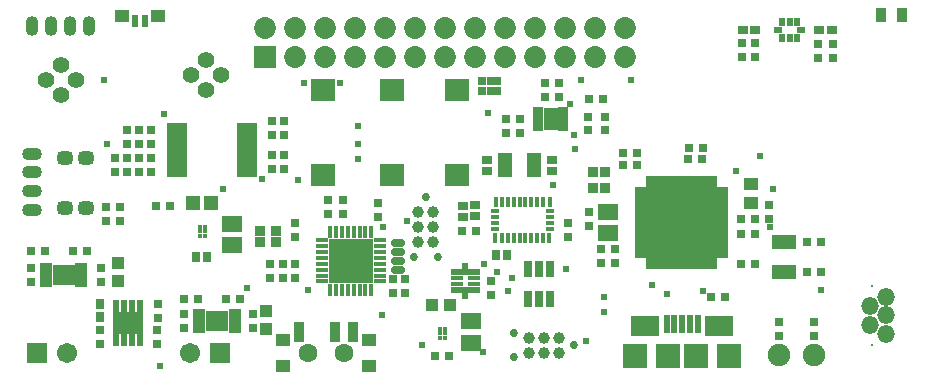
<source format=gts>
%FSTAX23Y23*%
%MOIN*%
%SFA1B1*%

%IPPOS*%
%AMD127*
4,1,8,-0.012800,-0.021700,0.012800,-0.021700,0.025700,-0.008900,0.025700,0.008900,0.012800,0.021700,-0.012800,0.021700,-0.025700,0.008900,-0.025700,-0.008900,-0.012800,-0.021700,0.0*
1,1,0.025717,-0.012800,-0.008900*
1,1,0.025717,0.012800,-0.008900*
1,1,0.025717,0.012800,0.008900*
1,1,0.025717,-0.012800,0.008900*
%
%ADD69R,0.078866X0.076897*%
%ADD70R,0.078866X0.076897*%
%ADD71R,0.066071X0.025716*%
%ADD72R,0.029653X0.029653*%
%ADD73R,0.023748X0.031622*%
%ADD74R,0.031622X0.023748*%
%ADD75R,0.037527X0.031622*%
%ADD76R,0.037527X0.045401*%
%ADD77R,0.025716X0.025716*%
%ADD78R,0.023748X0.025716*%
%ADD79C,0.023748*%
%ADD80O,0.047370X0.027685*%
%ADD81R,0.023748X0.061149*%
%ADD82R,0.094614X0.070992*%
%ADD83R,0.078866X0.082803*%
%ADD84R,0.082803X0.082803*%
%ADD85R,0.029653X0.029653*%
%ADD86C,0.074929*%
%ADD87R,0.078866X0.047370*%
%ADD88R,0.047370X0.043433*%
%ADD89R,0.232409X0.232409*%
%ADD90R,0.019811X0.041464*%
%ADD91R,0.041464X0.019811*%
%ADD92R,0.035559X0.019811*%
%ADD93R,0.047370X0.074929*%
%ADD94R,0.032409X0.031622*%
%ADD95R,0.047370X0.078866*%
%ADD96R,0.017842X0.034575*%
%ADD97R,0.030638X0.017842*%
%ADD98R,0.035559X0.037527*%
%ADD99R,0.065086X0.053275*%
%ADD100R,0.031622X0.055244*%
%ADD101C,0.038984*%
%ADD102R,0.039496X0.019811*%
%ADD103R,0.039496X0.017842*%
%ADD104R,0.021779X0.041464*%
%ADD105R,0.041464X0.041464*%
%ADD106C,0.016189*%
%ADD107R,0.041464X0.017842*%
%ADD108R,0.017842X0.041464*%
%ADD109R,0.149732X0.149732*%
%ADD110R,0.037527X0.035559*%
%ADD111R,0.031622X0.032409*%
%ADD112R,0.047370X0.039496*%
%ADD113R,0.035559X0.067055*%
%ADD114R,0.039496X0.039496*%
%ADD115R,0.076897X0.069023*%
%ADD116R,0.104456X0.074929*%
%ADD117R,0.031622X0.037527*%
%ADD118R,0.049338X0.047370*%
%ADD119R,0.023748X0.039496*%
%ADD120C,0.055244*%
%ADD121O,0.059181X0.059181*%
%ADD122C,0.008000*%
%ADD123C,0.027488*%
%ADD124C,0.063118*%
%ADD125R,0.067055X0.067055*%
%ADD126C,0.067055*%
G04~CAMADD=127~8~0.0~0.0~513.1~434.3~128.6~0.0~15~0.0~0.0~0.0~0.0~0~0.0~0.0~0.0~0.0~0~0.0~0.0~0.0~180.0~514.0~435.0*
%ADD127D127*%
%ADD128R,0.072960X0.072960*%
%ADD129C,0.072960*%
%ADD130O,0.043307X0.066929*%
%ADD131O,0.066929X0.043307*%
%ADD132C,0.031622*%
%LNdev_board_layout-1*%
%LPD*%
G54D69*
X01465Y00659D03*
Y0094D03*
G54D70*
X0102Y0094D03*
Y00659D03*
X0125D03*
Y0094D03*
G54D71*
X00534Y00818D03*
Y00792D03*
Y00767D03*
Y00741D03*
Y00716D03*
Y0069D03*
Y00665D03*
X00765D03*
Y0069D03*
Y00716D03*
Y00741D03*
Y00767D03*
Y00792D03*
Y00818D03*
G54D72*
X0246Y01098D03*
Y01052D03*
X02415D03*
Y01098D03*
X0267Y01093D03*
Y01047D03*
X0272Y01093D03*
Y01047D03*
X0254Y00121D03*
Y00167D03*
X02655Y00122D03*
Y00168D03*
X02505Y00512D03*
Y00558D03*
X01959Y00806D03*
Y00852D03*
X01904D03*
Y00806D03*
X01805Y00963D03*
Y00917D03*
X0176D03*
Y00963D03*
X01675Y00797D03*
Y00843D03*
X0163D03*
Y00797D03*
X01905Y00487D03*
Y00533D03*
X01835Y00452D03*
Y00498D03*
X0158Y00257D03*
Y00303D03*
X01294Y00311D03*
Y00265D03*
X01254D03*
Y00311D03*
X01202Y00565D03*
Y00519D03*
X01086Y00575D03*
Y00529D03*
X01036D03*
Y00575D03*
X00925Y00452D03*
Y00498D03*
X00927Y0036D03*
Y00314D03*
X00887Y0036D03*
Y00314D03*
X00842D03*
Y0036D03*
X00785Y00193D03*
Y00147D03*
X00555Y00193D03*
Y00147D03*
X0047Y00228D03*
Y00182D03*
X00466Y0014D03*
Y00094D03*
X00276Y0014D03*
Y00094D03*
X0028Y00348D03*
Y00302D03*
X00045Y00348D03*
Y00302D03*
X00445Y00667D03*
Y00713D03*
X00405D03*
Y00667D03*
X00365D03*
Y00713D03*
X00325D03*
Y00667D03*
X00445Y00808D03*
Y00762D03*
X00405Y00808D03*
Y00762D03*
X00365D03*
Y00808D03*
X0089Y00723D03*
Y00677D03*
X0085Y00723D03*
Y00677D03*
X0089Y00838D03*
Y00792D03*
X0085D03*
Y00838D03*
G54D73*
X02549Y01166D03*
X02575D03*
X026D03*
X02549Y01113D03*
X02575D03*
X026D03*
G54D74*
X02614Y0114D03*
X02535D03*
G54D75*
X02673Y0114D03*
X02716D03*
X02418D03*
X02461D03*
G54D76*
X02881Y0119D03*
X02948D03*
G54D77*
X01548Y00938D03*
X01601D03*
Y00971D03*
X01548D03*
G54D78*
X01575Y00938D03*
Y00971D03*
G54D79*
X0029Y00975D03*
X00475Y0002D03*
X00815Y00645D03*
X0097Y00275D03*
X01135Y0082D03*
X01555Y0036D03*
X01075Y00965D03*
X0135Y0009D03*
X003Y0076D03*
X0049Y0086D03*
X0186Y00745D03*
X01785Y00625D03*
X00765Y0028D03*
X00685Y0061D03*
X01215Y0019D03*
X00935Y0064D03*
X01553Y00067D03*
X0122Y00485D03*
X013Y00505D03*
X01135Y0076D03*
Y0071D03*
X01844Y00893D03*
X0157Y00865D03*
X02395Y0067D03*
X01855Y0079D03*
X0188Y00975D03*
X01955Y0025D03*
Y002D03*
X02475Y0072D03*
X016Y00335D03*
X02045Y00975D03*
X00955Y00965D03*
X02115Y0029D03*
X02165Y0026D03*
X02285Y0027D03*
X0268Y00275D03*
X0251Y00485D03*
X0252Y0061D03*
X01897Y00105D03*
X0183Y00345D03*
X0165Y00315D03*
X01635Y0027D03*
G54D80*
X0127Y0043D03*
Y004D03*
Y0037D03*
Y0034D03*
G54D81*
X02166Y0016D03*
X02191D03*
X02217D03*
X02242D03*
X02268D03*
G54D82*
X02093Y00155D03*
X02341D03*
G54D83*
X02059Y00055D03*
X02374D03*
G54D84*
X0217Y00055D03*
X02264D03*
G54D85*
X02312Y0025D03*
X02358D03*
X02458Y0051D03*
X02412D03*
Y0046D03*
X02458D03*
Y0036D03*
X02412D03*
X02678Y00335D03*
X02632D03*
X02678Y00435D03*
X02632D03*
X02283Y0071D03*
X02237D03*
X02239Y00747D03*
X02285D03*
X02019Y0069D03*
X02065D03*
X02019Y0073D03*
X02065D03*
X01953Y0091D03*
X01907D03*
X01482Y0047D03*
X01528D03*
X01947Y0041D03*
X01993D03*
X01947Y00365D03*
X01993D03*
X01392Y00055D03*
X01438D03*
X00557Y00245D03*
X00603D03*
X00187Y00405D03*
X00233D03*
X00047D03*
X00093D03*
X00508Y00555D03*
X00462D03*
X00343Y00505D03*
X00297D03*
Y0055D03*
X00343D03*
X00697Y00245D03*
X00743D03*
G54D86*
X02655Y00059D03*
X0254D03*
G54D87*
X02555Y00434D03*
Y00335D03*
G54D88*
X02445Y00626D03*
Y00563D03*
X00469Y01187D03*
X0035D03*
G54D89*
X02214Y00499D03*
G54D90*
X02322Y00364D03*
X02302D03*
X02283D03*
X02263D03*
X02243D03*
X02224D03*
X02204D03*
X02184D03*
X02164D03*
X02145D03*
X02125D03*
X02105D03*
Y00635D03*
X02125D03*
X02145D03*
X02164D03*
X02184D03*
X02204D03*
X02224D03*
X02243D03*
X02263D03*
X02283D03*
X02302D03*
X02322D03*
G54D91*
X02078Y00391D03*
Y00411D03*
Y0043D03*
Y0045D03*
Y0047D03*
Y0049D03*
Y00509D03*
Y00529D03*
Y00549D03*
Y00568D03*
Y00588D03*
Y00608D03*
X0235D03*
Y00588D03*
Y00568D03*
Y00549D03*
Y00529D03*
Y00509D03*
Y0049D03*
Y0047D03*
Y0045D03*
Y0043D03*
Y00411D03*
Y00391D03*
G54D92*
X01737Y00875D03*
Y00855D03*
Y00835D03*
Y00815D03*
X0182D03*
Y00835D03*
Y00855D03*
Y00875D03*
G54D93*
X01778Y00845D03*
G54D94*
X01525Y00558D03*
Y00521D03*
X01485Y00553D03*
Y00516D03*
X01566Y00708D03*
Y00671D03*
X01783Y00708D03*
Y00671D03*
G54D95*
X01724Y0069D03*
X01625D03*
G54D96*
X01596Y00569D03*
X01593Y00446D03*
X01616D03*
X01635D03*
X01655D03*
X01675D03*
X01694D03*
X01714D03*
X01734D03*
X01753D03*
X01774D03*
X01776Y00569D03*
X01753D03*
X01734D03*
X01714D03*
X01694D03*
X01675D03*
X01655D03*
X01635D03*
X01616D03*
G54D97*
X01593Y00537D03*
Y00517D03*
Y00498D03*
Y00478D03*
X01776D03*
Y00498D03*
Y00517D03*
Y00537D03*
G54D98*
X0192Y00666D03*
Y00613D03*
X01959D03*
Y00666D03*
G54D99*
X0197Y00464D03*
Y00535D03*
X01514Y00099D03*
Y0017D03*
X00715Y00424D03*
Y00495D03*
G54D100*
X01777Y00245D03*
X0174D03*
X01702D03*
Y00344D03*
X0174D03*
X01777D03*
G54D101*
X01705Y00065D03*
Y00115D03*
X01755Y00065D03*
Y00115D03*
X01805Y00065D03*
Y00115D03*
X01387Y00435D03*
X01337D03*
X01387Y00485D03*
X01337D03*
X01387Y00535D03*
X01337D03*
G54D102*
X01465Y00334D03*
Y00275D03*
X01524D03*
Y00334D03*
X00606Y002D03*
Y0018D03*
Y0016D03*
Y0014D03*
X00725D03*
Y0016D03*
Y0018D03*
Y002D03*
X00095Y00354D03*
Y00334D03*
Y00315D03*
Y00295D03*
X00214D03*
Y00315D03*
Y00334D03*
Y00354D03*
G54D103*
X01465Y00314D03*
Y00295D03*
X01524D03*
Y00314D03*
G54D104*
X01494Y00265D03*
Y00344D03*
X00408Y00222D03*
X00382D03*
X00357D03*
X00331D03*
Y00107D03*
X00357D03*
X00382D03*
X00408D03*
G54D105*
X01383Y00225D03*
X01444D03*
G54D106*
X01425Y00114D03*
X01409D03*
X01425Y0013D03*
X01409D03*
X01425Y00145D03*
X01409D03*
X00625Y00454D03*
X0061D03*
X00625Y0047D03*
X0061D03*
X00625Y00485D03*
X0061D03*
G54D107*
X01016Y0044D03*
Y00421D03*
Y00401D03*
Y00381D03*
Y00362D03*
Y00342D03*
Y00322D03*
Y00303D03*
X01209D03*
Y00322D03*
Y00342D03*
Y00362D03*
Y00381D03*
Y00401D03*
Y00421D03*
Y0044D03*
G54D108*
X01043Y00275D03*
X01063D03*
X01083D03*
X01102D03*
X01122D03*
X01142D03*
X01161D03*
X01181D03*
Y00468D03*
X01161D03*
X01142D03*
X01122D03*
X01102D03*
X01083D03*
X01063D03*
X01043D03*
G54D109*
X01112Y00372D03*
G54D110*
X0081Y00433D03*
X00863D03*
Y00472D03*
X0081D03*
G54D111*
X00597Y00385D03*
X00633D03*
X01596Y0039D03*
X01633D03*
G54D112*
X01173Y00021D03*
Y00108D03*
X00886Y00021D03*
Y00108D03*
G54D113*
X01118Y00133D03*
X01059D03*
X00941D03*
G54D114*
X0083Y00145D03*
Y00204D03*
X00335Y00305D03*
Y00364D03*
G54D115*
X00665Y0017D03*
X00155Y00325D03*
G54D116*
X0037Y00165D03*
G54D117*
X00276Y00185D03*
Y00228D03*
G54D118*
X00586Y00565D03*
X00645D03*
G54D119*
X00394Y0117D03*
X00425D03*
G54D120*
X00095Y00975D03*
X00145Y00925D03*
X00195Y00975D03*
X00145Y01025D03*
X0058Y0099D03*
X0063Y0094D03*
X0068Y0099D03*
X0063Y0104D03*
G54D121*
X02842Y00221D03*
X02897Y00252D03*
Y0019D03*
Y00127D03*
X02842Y00158D03*
G54D122*
X0285Y00288D03*
Y00091D03*
G54D123*
X01655Y0013D03*
Y0005D03*
X01855Y0009D03*
X01322Y00385D03*
X01402D03*
X01362Y00585D03*
G54D124*
X01089Y00065D03*
X0097D03*
G54D125*
X00675Y00065D03*
X00065D03*
G54D126*
X00575Y00065D03*
X00165D03*
G54D127*
X0023Y00715D03*
Y00549D03*
X0016Y00715D03*
Y00549D03*
G54D128*
X00825Y0105D03*
G54D129*
X00825Y01149D03*
X00925Y0105D03*
Y01149D03*
X01025Y0105D03*
Y01149D03*
X01125Y0105D03*
Y01149D03*
X01225Y0105D03*
Y01149D03*
X01325Y0105D03*
Y01149D03*
X01425Y0105D03*
Y01149D03*
X01525Y0105D03*
Y01149D03*
X01625Y0105D03*
Y01149D03*
X01725Y0105D03*
Y01149D03*
X01825Y0105D03*
Y01149D03*
X01925Y0105D03*
Y01149D03*
X02025Y0105D03*
Y01149D03*
G54D130*
X00239Y01155D03*
X00176D03*
X00113D03*
X0005D03*
G54D131*
X0005Y00729D03*
Y00666D03*
Y00603D03*
Y0054D03*
G54D132*
X0218Y00535D03*
X0213Y00475D03*
X0218D03*
X0224Y00535D03*
X023Y00475D03*
Y0042D03*
Y00535D03*
X0218Y0059D03*
X0224D03*
X023D03*
X0213Y00535D03*
Y0059D03*
X0224Y0042D03*
X0213D03*
X0218D03*
X0224Y00475D03*
X0116Y0037D03*
X01116Y00372D03*
X01115Y0033D03*
X0107D03*
Y00375D03*
X0116Y0033D03*
Y00415D03*
X01115D03*
X01067Y00414D03*
M02*
</source>
